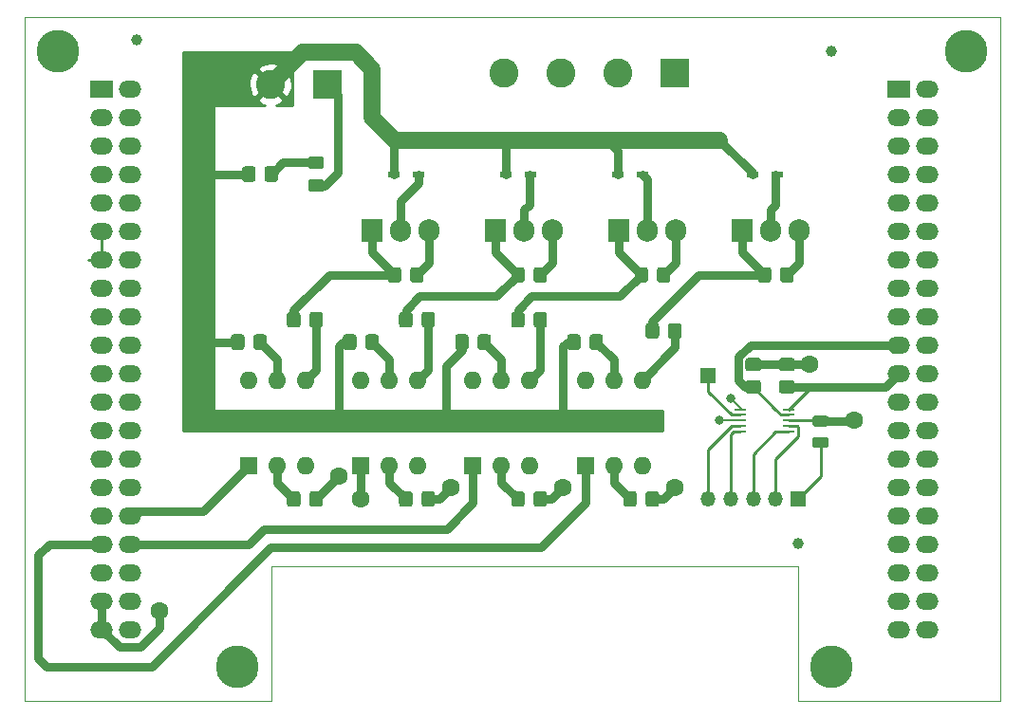
<source format=gbr>
%TF.GenerationSoftware,KiCad,Pcbnew,5.1.7-a382d34a8~87~ubuntu18.04.1*%
%TF.CreationDate,2020-10-24T22:54:41-03:00*%
%TF.ProjectId,TP-CESE,54502d43-4553-4452-9e6b-696361645f70,1*%
%TF.SameCoordinates,Original*%
%TF.FileFunction,Copper,L1,Top*%
%TF.FilePolarity,Positive*%
%FSLAX46Y46*%
G04 Gerber Fmt 4.6, Leading zero omitted, Abs format (unit mm)*
G04 Created by KiCad (PCBNEW 5.1.7-a382d34a8~87~ubuntu18.04.1) date 2020-10-24 22:54:41*
%MOMM*%
%LPD*%
G01*
G04 APERTURE LIST*
%TA.AperFunction,Profile*%
%ADD10C,0.050000*%
%TD*%
%TA.AperFunction,SMDPad,CuDef*%
%ADD11C,1.000000*%
%TD*%
%TA.AperFunction,ComponentPad*%
%ADD12O,2.000000X1.524000*%
%TD*%
%TA.AperFunction,ComponentPad*%
%ADD13R,2.000000X1.524000*%
%TD*%
%TA.AperFunction,ComponentPad*%
%ADD14O,1.600000X1.600000*%
%TD*%
%TA.AperFunction,ComponentPad*%
%ADD15R,1.600000X1.600000*%
%TD*%
%TA.AperFunction,ComponentPad*%
%ADD16O,1.905000X2.000000*%
%TD*%
%TA.AperFunction,ComponentPad*%
%ADD17R,1.905000X2.000000*%
%TD*%
%TA.AperFunction,ComponentPad*%
%ADD18C,3.800000*%
%TD*%
%TA.AperFunction,ComponentPad*%
%ADD19R,2.600000X2.600000*%
%TD*%
%TA.AperFunction,ComponentPad*%
%ADD20C,2.600000*%
%TD*%
%TA.AperFunction,SMDPad,CuDef*%
%ADD21R,1.100000X0.600000*%
%TD*%
%TA.AperFunction,ComponentPad*%
%ADD22O,1.350000X1.350000*%
%TD*%
%TA.AperFunction,ComponentPad*%
%ADD23R,1.350000X1.350000*%
%TD*%
%TA.AperFunction,SMDPad,CuDef*%
%ADD24R,1.100000X0.250000*%
%TD*%
%TA.AperFunction,ViaPad*%
%ADD25C,0.800000*%
%TD*%
%TA.AperFunction,ViaPad*%
%ADD26C,1.600000*%
%TD*%
%TA.AperFunction,Conductor*%
%ADD27C,0.250000*%
%TD*%
%TA.AperFunction,Conductor*%
%ADD28C,0.200000*%
%TD*%
%TA.AperFunction,Conductor*%
%ADD29C,0.800000*%
%TD*%
%TA.AperFunction,Conductor*%
%ADD30C,1.500000*%
%TD*%
%TA.AperFunction,Conductor*%
%ADD31C,0.254000*%
%TD*%
%TA.AperFunction,Conductor*%
%ADD32C,0.100000*%
%TD*%
G04 APERTURE END LIST*
D10*
X158000000Y-128000000D02*
X158000000Y-126000000D01*
X176000000Y-128000000D02*
X158000000Y-128000000D01*
X176000000Y-126000000D02*
X176000000Y-128000000D01*
X111000000Y-128000000D02*
X111000000Y-126000000D01*
X89000000Y-128000000D02*
X111000000Y-128000000D01*
X89000000Y-126000000D02*
X89000000Y-128000000D01*
X176000000Y-67000000D02*
X174000000Y-67000000D01*
X176000000Y-126000000D02*
X176000000Y-67000000D01*
X158000000Y-116000000D02*
X158000000Y-126000000D01*
X111000000Y-116000000D02*
X158000000Y-116000000D01*
X111000000Y-126000000D02*
X111000000Y-116000000D01*
X89000000Y-123000000D02*
X89000000Y-126000000D01*
X89000000Y-123000000D02*
X89000000Y-67000000D01*
X89000000Y-67000000D02*
X174000000Y-67000000D01*
D11*
%TO.P,FID3,*%
%TO.N,*%
X158000000Y-114000000D03*
%TD*%
%TO.P,FID2,*%
%TO.N,*%
X161000000Y-70000000D03*
%TD*%
%TO.P,FID1,*%
%TO.N,*%
X99000000Y-69000000D03*
%TD*%
%TO.P,C1,2*%
%TO.N,GND*%
%TA.AperFunction,SMDPad,CuDef*%
G36*
G01*
X159525000Y-104450000D02*
X160475000Y-104450000D01*
G75*
G02*
X160725000Y-104700000I0J-250000D01*
G01*
X160725000Y-105200000D01*
G75*
G02*
X160475000Y-105450000I-250000J0D01*
G01*
X159525000Y-105450000D01*
G75*
G02*
X159275000Y-105200000I0J250000D01*
G01*
X159275000Y-104700000D01*
G75*
G02*
X159525000Y-104450000I250000J0D01*
G01*
G37*
%TD.AperFunction*%
%TO.P,C1,1*%
%TO.N,+3V3*%
%TA.AperFunction,SMDPad,CuDef*%
G36*
G01*
X159525000Y-102550000D02*
X160475000Y-102550000D01*
G75*
G02*
X160725000Y-102800000I0J-250000D01*
G01*
X160725000Y-103300000D01*
G75*
G02*
X160475000Y-103550000I-250000J0D01*
G01*
X159525000Y-103550000D01*
G75*
G02*
X159275000Y-103300000I0J250000D01*
G01*
X159275000Y-102800000D01*
G75*
G02*
X159525000Y-102550000I250000J0D01*
G01*
G37*
%TD.AperFunction*%
%TD*%
D12*
%TO.P,X1,80*%
%TO.N,Net-(X1-Pad80)*%
X98420000Y-121660000D03*
%TO.P,X1,79*%
%TO.N,GND*%
X95880000Y-121660000D03*
%TO.P,X1,78*%
%TO.N,Net-(X1-Pad78)*%
X98420000Y-119120000D03*
%TO.P,X1,77*%
%TO.N,GND*%
X95880000Y-119120000D03*
%TO.P,X1,76*%
%TO.N,Net-(X1-Pad76)*%
X98420000Y-116580000D03*
%TO.P,X1,75*%
%TO.N,Net-(X1-Pad75)*%
X95880000Y-116580000D03*
%TO.P,X1,74*%
%TO.N,Net-(U3-Pad1)*%
X98420000Y-114040000D03*
%TO.P,X1,73*%
%TO.N,Net-(U4-Pad1)*%
X95880000Y-114040000D03*
%TO.P,X1,72*%
%TO.N,Net-(U1-Pad1)*%
X98420000Y-111500000D03*
%TO.P,X1,71*%
%TO.N,Net-(U2-Pad1)*%
X95880000Y-111500000D03*
%TO.P,X1,70*%
%TO.N,Net-(X1-Pad70)*%
X98420000Y-108960000D03*
%TO.P,X1,69*%
%TO.N,Net-(X1-Pad69)*%
X95880000Y-108960000D03*
%TO.P,X1,68*%
%TO.N,Net-(X1-Pad68)*%
X98420000Y-106420000D03*
%TO.P,X1,67*%
%TO.N,GND*%
X95880000Y-106420000D03*
%TO.P,X1,66*%
%TO.N,Net-(X1-Pad66)*%
X98420000Y-103880000D03*
%TO.P,X1,65*%
%TO.N,GND*%
X95880000Y-103880000D03*
%TO.P,X1,64*%
%TO.N,Net-(X1-Pad64)*%
X98420000Y-101340000D03*
%TO.P,X1,63*%
%TO.N,Net-(X1-Pad63)*%
X95880000Y-101340000D03*
%TO.P,X1,62*%
%TO.N,Net-(X1-Pad62)*%
X98420000Y-98800000D03*
%TO.P,X1,61*%
%TO.N,Net-(X1-Pad61)*%
X95880000Y-98800000D03*
%TO.P,X1,60*%
%TO.N,Net-(X1-Pad60)*%
X98420000Y-96260000D03*
%TO.P,X1,59*%
%TO.N,GND*%
X95880000Y-96260000D03*
%TO.P,X1,58*%
%TO.N,Net-(X1-Pad58)*%
X98420000Y-93720000D03*
%TO.P,X1,57*%
%TO.N,GND*%
X95880000Y-93720000D03*
%TO.P,X1,56*%
%TO.N,Net-(X1-Pad56)*%
X98420000Y-91180000D03*
%TO.P,X1,55*%
%TO.N,Net-(X1-Pad55)*%
X95880000Y-91180000D03*
%TO.P,X1,54*%
%TO.N,Net-(X1-Pad54)*%
X98420000Y-88640000D03*
%TO.P,X1,53*%
%TO.N,GND*%
X95880000Y-88640000D03*
%TO.P,X1,52*%
%TO.N,Net-(X1-Pad52)*%
X98420000Y-86100000D03*
%TO.P,X1,51*%
%TO.N,GND*%
X95880000Y-86100000D03*
%TO.P,X1,50*%
%TO.N,Net-(X1-Pad50)*%
X98420000Y-83560000D03*
%TO.P,X1,49*%
%TO.N,Net-(X1-Pad49)*%
X95880000Y-83560000D03*
%TO.P,X1,48*%
%TO.N,Net-(X1-Pad48)*%
X98420000Y-81020000D03*
%TO.P,X1,47*%
%TO.N,GND*%
X95880000Y-81020000D03*
%TO.P,X1,46*%
%TO.N,Net-(X1-Pad46)*%
X98420000Y-78480000D03*
%TO.P,X1,45*%
%TO.N,GND*%
X95880000Y-78480000D03*
%TO.P,X1,44*%
%TO.N,Net-(X1-Pad44)*%
X98420000Y-75940000D03*
%TO.P,X1,43*%
%TO.N,GND*%
X95880000Y-75940000D03*
%TO.P,X1,42*%
%TO.N,Net-(X1-Pad42)*%
X98420000Y-73400000D03*
D13*
%TO.P,X1,41*%
%TO.N,Net-(X1-Pad41)*%
X95880000Y-73400000D03*
D12*
%TO.P,X1,30*%
%TO.N,GND*%
X169540000Y-108960000D03*
%TO.P,X1,40*%
X169540000Y-121660000D03*
%TO.P,X1,39*%
%TO.N,Net-(X1-Pad39)*%
X167000000Y-121660000D03*
%TO.P,X1,9*%
%TO.N,Net-(X1-Pad9)*%
X167000000Y-83560000D03*
%TO.P,X1,7*%
%TO.N,GND*%
X167000000Y-81020000D03*
%TO.P,X1,5*%
%TO.N,Net-(X1-Pad5)*%
X167000000Y-78480000D03*
%TO.P,X1,3*%
%TO.N,Net-(X1-Pad3)*%
X167000000Y-75940000D03*
%TO.P,X1,37*%
%TO.N,Net-(X1-Pad37)*%
X167000000Y-119120000D03*
%TO.P,X1,35*%
%TO.N,Net-(X1-Pad35)*%
X167000000Y-116580000D03*
%TO.P,X1,38*%
%TO.N,GND*%
X169540000Y-119120000D03*
%TO.P,X1,36*%
%TO.N,Net-(X1-Pad36)*%
X169540000Y-116580000D03*
%TO.P,X1,34*%
%TO.N,Net-(X1-Pad34)*%
X169540000Y-114040000D03*
%TO.P,X1,32*%
%TO.N,GND*%
X169540000Y-111500000D03*
%TO.P,X1,28*%
X169540000Y-106420000D03*
%TO.P,X1,33*%
%TO.N,Net-(X1-Pad33)*%
X167000000Y-114040000D03*
%TO.P,X1,26*%
%TO.N,GND*%
X169540000Y-103880000D03*
%TO.P,X1,24*%
X169540000Y-101340000D03*
%TO.P,X1,31*%
%TO.N,Net-(X1-Pad31)*%
X167000000Y-111500000D03*
%TO.P,X1,22*%
%TO.N,GND*%
X169540000Y-98800000D03*
%TO.P,X1,29*%
%TO.N,Net-(X1-Pad29)*%
X167000000Y-108960000D03*
%TO.P,X1,20*%
%TO.N,GND*%
X169540000Y-96260000D03*
%TO.P,X1,27*%
%TO.N,Net-(X1-Pad27)*%
X167000000Y-106420000D03*
%TO.P,X1,18*%
%TO.N,GND*%
X169540000Y-93720000D03*
%TO.P,X1,25*%
%TO.N,Net-(X1-Pad25)*%
X167000000Y-103880000D03*
%TO.P,X1,16*%
%TO.N,GND*%
X169540000Y-91180000D03*
%TO.P,X1,23*%
%TO.N,Net-(X1-Pad23)*%
X167000000Y-101340000D03*
%TO.P,X1,14*%
%TO.N,GND*%
X169540000Y-88640000D03*
%TO.P,X1,21*%
%TO.N,Net-(R17-Pad1)*%
X167000000Y-98800000D03*
%TO.P,X1,12*%
%TO.N,GND*%
X169540000Y-86100000D03*
%TO.P,X1,19*%
%TO.N,Net-(R18-Pad2)*%
X167000000Y-96260000D03*
%TO.P,X1,10*%
%TO.N,GND*%
X169540000Y-83560000D03*
%TO.P,X1,17*%
%TO.N,Net-(X1-Pad17)*%
X167000000Y-93720000D03*
%TO.P,X1,8*%
%TO.N,GND*%
X169540000Y-81020000D03*
%TO.P,X1,15*%
%TO.N,Net-(X1-Pad15)*%
X167000000Y-91180000D03*
%TO.P,X1,6*%
%TO.N,Net-(X1-Pad6)*%
X169540000Y-78480000D03*
%TO.P,X1,13*%
%TO.N,Net-(X1-Pad13)*%
X167000000Y-88640000D03*
%TO.P,X1,4*%
%TO.N,GND*%
X169540000Y-75940000D03*
%TO.P,X1,11*%
%TO.N,Net-(X1-Pad11)*%
X167000000Y-86100000D03*
%TO.P,X1,2*%
%TO.N,Net-(X1-Pad2)*%
X169540000Y-73400000D03*
D13*
%TO.P,X1,1*%
%TO.N,+3V3*%
X167000000Y-73400000D03*
%TD*%
D14*
%TO.P,U3,6*%
%TO.N,Net-(U3-Pad6)*%
X129000000Y-99380000D03*
%TO.P,U3,3*%
%TO.N,Net-(U3-Pad3)*%
X134080000Y-107000000D03*
%TO.P,U3,5*%
%TO.N,Net-(R7-Pad2)*%
X131540000Y-99380000D03*
%TO.P,U3,2*%
%TO.N,Net-(R3-Pad1)*%
X131540000Y-107000000D03*
%TO.P,U3,4*%
%TO.N,Net-(R11-Pad1)*%
X134080000Y-99380000D03*
D15*
%TO.P,U3,1*%
%TO.N,Net-(U3-Pad1)*%
X129000000Y-107000000D03*
%TD*%
%TO.P,R12,2*%
%TO.N,Net-(Q4-Pad1)*%
%TA.AperFunction,SMDPad,CuDef*%
G36*
G01*
X145600000Y-94549999D02*
X145600000Y-95450001D01*
G75*
G02*
X145350001Y-95700000I-249999J0D01*
G01*
X144649999Y-95700000D01*
G75*
G02*
X144400000Y-95450001I0J249999D01*
G01*
X144400000Y-94549999D01*
G75*
G02*
X144649999Y-94300000I249999J0D01*
G01*
X145350001Y-94300000D01*
G75*
G02*
X145600000Y-94549999I0J-249999D01*
G01*
G37*
%TD.AperFunction*%
%TO.P,R12,1*%
%TO.N,Net-(R12-Pad1)*%
%TA.AperFunction,SMDPad,CuDef*%
G36*
G01*
X147600000Y-94549999D02*
X147600000Y-95450001D01*
G75*
G02*
X147350001Y-95700000I-249999J0D01*
G01*
X146649999Y-95700000D01*
G75*
G02*
X146400000Y-95450001I0J249999D01*
G01*
X146400000Y-94549999D01*
G75*
G02*
X146649999Y-94300000I249999J0D01*
G01*
X147350001Y-94300000D01*
G75*
G02*
X147600000Y-94549999I0J-249999D01*
G01*
G37*
%TD.AperFunction*%
%TD*%
D16*
%TO.P,Q3,3*%
%TO.N,GND*%
X147080000Y-86000000D03*
%TO.P,Q3,2*%
%TO.N,Net-(D3-Pad2)*%
X144540000Y-86000000D03*
D17*
%TO.P,Q3,1*%
%TO.N,Net-(Q3-Pad1)*%
X142000000Y-86000000D03*
%TD*%
D16*
%TO.P,Q2,3*%
%TO.N,GND*%
X136080000Y-86000000D03*
%TO.P,Q2,2*%
%TO.N,Net-(D2-Pad2)*%
X133540000Y-86000000D03*
D17*
%TO.P,Q2,1*%
%TO.N,Net-(Q2-Pad1)*%
X131000000Y-86000000D03*
%TD*%
D18*
%TO.P,H4,1*%
%TO.N,N/C*%
X108000000Y-125000000D03*
%TD*%
%TO.P,H3,1*%
%TO.N,N/C*%
X173000000Y-70000000D03*
%TD*%
%TO.P,H2,1*%
%TO.N,N/C*%
X161000000Y-125000000D03*
%TD*%
%TO.P,H1,1*%
%TO.N,N/C*%
X92000000Y-70000000D03*
%TD*%
D19*
%TO.P,J3,1*%
%TO.N,GND*%
X116000000Y-73000000D03*
D20*
%TO.P,J3,2*%
%TO.N,+5VP*%
X110920000Y-73000000D03*
%TD*%
%TO.P,R19,2*%
%TO.N,+5VP*%
%TA.AperFunction,SMDPad,CuDef*%
G36*
G01*
X109600000Y-80549999D02*
X109600000Y-81450001D01*
G75*
G02*
X109350001Y-81700000I-249999J0D01*
G01*
X108649999Y-81700000D01*
G75*
G02*
X108400000Y-81450001I0J249999D01*
G01*
X108400000Y-80549999D01*
G75*
G02*
X108649999Y-80300000I249999J0D01*
G01*
X109350001Y-80300000D01*
G75*
G02*
X109600000Y-80549999I0J-249999D01*
G01*
G37*
%TD.AperFunction*%
%TO.P,R19,1*%
%TO.N,Net-(D5-Pad2)*%
%TA.AperFunction,SMDPad,CuDef*%
G36*
G01*
X111600000Y-80549999D02*
X111600000Y-81450001D01*
G75*
G02*
X111350001Y-81700000I-249999J0D01*
G01*
X110649999Y-81700000D01*
G75*
G02*
X110400000Y-81450001I0J249999D01*
G01*
X110400000Y-80549999D01*
G75*
G02*
X110649999Y-80300000I249999J0D01*
G01*
X111350001Y-80300000D01*
G75*
G02*
X111600000Y-80549999I0J-249999D01*
G01*
G37*
%TD.AperFunction*%
%TD*%
%TO.P,D5,2*%
%TO.N,Net-(D5-Pad2)*%
%TA.AperFunction,SMDPad,CuDef*%
G36*
G01*
X115450001Y-80550000D02*
X114549999Y-80550000D01*
G75*
G02*
X114300000Y-80300001I0J249999D01*
G01*
X114300000Y-79649999D01*
G75*
G02*
X114549999Y-79400000I249999J0D01*
G01*
X115450001Y-79400000D01*
G75*
G02*
X115700000Y-79649999I0J-249999D01*
G01*
X115700000Y-80300001D01*
G75*
G02*
X115450001Y-80550000I-249999J0D01*
G01*
G37*
%TD.AperFunction*%
%TO.P,D5,1*%
%TO.N,GND*%
%TA.AperFunction,SMDPad,CuDef*%
G36*
G01*
X115450001Y-82600000D02*
X114549999Y-82600000D01*
G75*
G02*
X114300000Y-82350001I0J249999D01*
G01*
X114300000Y-81699999D01*
G75*
G02*
X114549999Y-81450000I249999J0D01*
G01*
X115450001Y-81450000D01*
G75*
G02*
X115700000Y-81699999I0J-249999D01*
G01*
X115700000Y-82350001D01*
G75*
G02*
X115450001Y-82600000I-249999J0D01*
G01*
G37*
%TD.AperFunction*%
%TD*%
%TO.P,R18,2*%
%TO.N,Net-(R18-Pad2)*%
%TA.AperFunction,SMDPad,CuDef*%
G36*
G01*
X153549999Y-99400000D02*
X154450001Y-99400000D01*
G75*
G02*
X154700000Y-99649999I0J-249999D01*
G01*
X154700000Y-100350001D01*
G75*
G02*
X154450001Y-100600000I-249999J0D01*
G01*
X153549999Y-100600000D01*
G75*
G02*
X153300000Y-100350001I0J249999D01*
G01*
X153300000Y-99649999D01*
G75*
G02*
X153549999Y-99400000I249999J0D01*
G01*
G37*
%TD.AperFunction*%
%TO.P,R18,1*%
%TO.N,+3V3*%
%TA.AperFunction,SMDPad,CuDef*%
G36*
G01*
X153549999Y-97400000D02*
X154450001Y-97400000D01*
G75*
G02*
X154700000Y-97649999I0J-249999D01*
G01*
X154700000Y-98350001D01*
G75*
G02*
X154450001Y-98600000I-249999J0D01*
G01*
X153549999Y-98600000D01*
G75*
G02*
X153300000Y-98350001I0J249999D01*
G01*
X153300000Y-97649999D01*
G75*
G02*
X153549999Y-97400000I249999J0D01*
G01*
G37*
%TD.AperFunction*%
%TD*%
%TO.P,R17,2*%
%TO.N,+3V3*%
%TA.AperFunction,SMDPad,CuDef*%
G36*
G01*
X157450400Y-98600000D02*
X156549600Y-98600000D01*
G75*
G02*
X156300000Y-98350400I0J249600D01*
G01*
X156300000Y-97649600D01*
G75*
G02*
X156549600Y-97400000I249600J0D01*
G01*
X157450400Y-97400000D01*
G75*
G02*
X157700000Y-97649600I0J-249600D01*
G01*
X157700000Y-98350400D01*
G75*
G02*
X157450400Y-98600000I-249600J0D01*
G01*
G37*
%TD.AperFunction*%
%TO.P,R17,1*%
%TO.N,Net-(R17-Pad1)*%
%TA.AperFunction,SMDPad,CuDef*%
G36*
G01*
X157450001Y-100600000D02*
X156549999Y-100600000D01*
G75*
G02*
X156300000Y-100350001I0J249999D01*
G01*
X156300000Y-99649999D01*
G75*
G02*
X156549999Y-99400000I249999J0D01*
G01*
X157450001Y-99400000D01*
G75*
G02*
X157700000Y-99649999I0J-249999D01*
G01*
X157700000Y-100350001D01*
G75*
G02*
X157450001Y-100600000I-249999J0D01*
G01*
G37*
%TD.AperFunction*%
%TD*%
%TO.P,R16,2*%
%TO.N,Net-(Q4-Pad1)*%
%TA.AperFunction,SMDPad,CuDef*%
G36*
G01*
X155600000Y-89549999D02*
X155600000Y-90450001D01*
G75*
G02*
X155350001Y-90700000I-249999J0D01*
G01*
X154649999Y-90700000D01*
G75*
G02*
X154400000Y-90450001I0J249999D01*
G01*
X154400000Y-89549999D01*
G75*
G02*
X154649999Y-89300000I249999J0D01*
G01*
X155350001Y-89300000D01*
G75*
G02*
X155600000Y-89549999I0J-249999D01*
G01*
G37*
%TD.AperFunction*%
%TO.P,R16,1*%
%TO.N,GND*%
%TA.AperFunction,SMDPad,CuDef*%
G36*
G01*
X157600000Y-89549999D02*
X157600000Y-90450001D01*
G75*
G02*
X157350001Y-90700000I-249999J0D01*
G01*
X156649999Y-90700000D01*
G75*
G02*
X156400000Y-90450001I0J249999D01*
G01*
X156400000Y-89549999D01*
G75*
G02*
X156649999Y-89300000I249999J0D01*
G01*
X157350001Y-89300000D01*
G75*
G02*
X157600000Y-89549999I0J-249999D01*
G01*
G37*
%TD.AperFunction*%
%TD*%
%TO.P,R15,2*%
%TO.N,Net-(Q3-Pad1)*%
%TA.AperFunction,SMDPad,CuDef*%
G36*
G01*
X144600000Y-89549999D02*
X144600000Y-90450001D01*
G75*
G02*
X144350001Y-90700000I-249999J0D01*
G01*
X143649999Y-90700000D01*
G75*
G02*
X143400000Y-90450001I0J249999D01*
G01*
X143400000Y-89549999D01*
G75*
G02*
X143649999Y-89300000I249999J0D01*
G01*
X144350001Y-89300000D01*
G75*
G02*
X144600000Y-89549999I0J-249999D01*
G01*
G37*
%TD.AperFunction*%
%TO.P,R15,1*%
%TO.N,GND*%
%TA.AperFunction,SMDPad,CuDef*%
G36*
G01*
X146600000Y-89549999D02*
X146600000Y-90450001D01*
G75*
G02*
X146350001Y-90700000I-249999J0D01*
G01*
X145649999Y-90700000D01*
G75*
G02*
X145400000Y-90450001I0J249999D01*
G01*
X145400000Y-89549999D01*
G75*
G02*
X145649999Y-89300000I249999J0D01*
G01*
X146350001Y-89300000D01*
G75*
G02*
X146600000Y-89549999I0J-249999D01*
G01*
G37*
%TD.AperFunction*%
%TD*%
%TO.P,R14,2*%
%TO.N,Net-(Q2-Pad1)*%
%TA.AperFunction,SMDPad,CuDef*%
G36*
G01*
X133600000Y-89549999D02*
X133600000Y-90450001D01*
G75*
G02*
X133350001Y-90700000I-249999J0D01*
G01*
X132649999Y-90700000D01*
G75*
G02*
X132400000Y-90450001I0J249999D01*
G01*
X132400000Y-89549999D01*
G75*
G02*
X132649999Y-89300000I249999J0D01*
G01*
X133350001Y-89300000D01*
G75*
G02*
X133600000Y-89549999I0J-249999D01*
G01*
G37*
%TD.AperFunction*%
%TO.P,R14,1*%
%TO.N,GND*%
%TA.AperFunction,SMDPad,CuDef*%
G36*
G01*
X135600000Y-89549999D02*
X135600000Y-90450001D01*
G75*
G02*
X135350001Y-90700000I-249999J0D01*
G01*
X134649999Y-90700000D01*
G75*
G02*
X134400000Y-90450001I0J249999D01*
G01*
X134400000Y-89549999D01*
G75*
G02*
X134649999Y-89300000I249999J0D01*
G01*
X135350001Y-89300000D01*
G75*
G02*
X135600000Y-89549999I0J-249999D01*
G01*
G37*
%TD.AperFunction*%
%TD*%
%TO.P,R13,2*%
%TO.N,Net-(Q1-Pad1)*%
%TA.AperFunction,SMDPad,CuDef*%
G36*
G01*
X122600000Y-89549999D02*
X122600000Y-90450001D01*
G75*
G02*
X122350001Y-90700000I-249999J0D01*
G01*
X121649999Y-90700000D01*
G75*
G02*
X121400000Y-90450001I0J249999D01*
G01*
X121400000Y-89549999D01*
G75*
G02*
X121649999Y-89300000I249999J0D01*
G01*
X122350001Y-89300000D01*
G75*
G02*
X122600000Y-89549999I0J-249999D01*
G01*
G37*
%TD.AperFunction*%
%TO.P,R13,1*%
%TO.N,GND*%
%TA.AperFunction,SMDPad,CuDef*%
G36*
G01*
X124600000Y-89549999D02*
X124600000Y-90450001D01*
G75*
G02*
X124350001Y-90700000I-249999J0D01*
G01*
X123649999Y-90700000D01*
G75*
G02*
X123400000Y-90450001I0J249999D01*
G01*
X123400000Y-89549999D01*
G75*
G02*
X123649999Y-89300000I249999J0D01*
G01*
X124350001Y-89300000D01*
G75*
G02*
X124600000Y-89549999I0J-249999D01*
G01*
G37*
%TD.AperFunction*%
%TD*%
%TO.P,R11,2*%
%TO.N,Net-(Q3-Pad1)*%
%TA.AperFunction,SMDPad,CuDef*%
G36*
G01*
X133600000Y-93549999D02*
X133600000Y-94450001D01*
G75*
G02*
X133350001Y-94700000I-249999J0D01*
G01*
X132649999Y-94700000D01*
G75*
G02*
X132400000Y-94450001I0J249999D01*
G01*
X132400000Y-93549999D01*
G75*
G02*
X132649999Y-93300000I249999J0D01*
G01*
X133350001Y-93300000D01*
G75*
G02*
X133600000Y-93549999I0J-249999D01*
G01*
G37*
%TD.AperFunction*%
%TO.P,R11,1*%
%TO.N,Net-(R11-Pad1)*%
%TA.AperFunction,SMDPad,CuDef*%
G36*
G01*
X135600000Y-93549999D02*
X135600000Y-94450001D01*
G75*
G02*
X135350001Y-94700000I-249999J0D01*
G01*
X134649999Y-94700000D01*
G75*
G02*
X134400000Y-94450001I0J249999D01*
G01*
X134400000Y-93549999D01*
G75*
G02*
X134649999Y-93300000I249999J0D01*
G01*
X135350001Y-93300000D01*
G75*
G02*
X135600000Y-93549999I0J-249999D01*
G01*
G37*
%TD.AperFunction*%
%TD*%
%TO.P,R10,2*%
%TO.N,Net-(Q2-Pad1)*%
%TA.AperFunction,SMDPad,CuDef*%
G36*
G01*
X123600000Y-93549999D02*
X123600000Y-94450001D01*
G75*
G02*
X123350001Y-94700000I-249999J0D01*
G01*
X122649999Y-94700000D01*
G75*
G02*
X122400000Y-94450001I0J249999D01*
G01*
X122400000Y-93549999D01*
G75*
G02*
X122649999Y-93300000I249999J0D01*
G01*
X123350001Y-93300000D01*
G75*
G02*
X123600000Y-93549999I0J-249999D01*
G01*
G37*
%TD.AperFunction*%
%TO.P,R10,1*%
%TO.N,Net-(R10-Pad1)*%
%TA.AperFunction,SMDPad,CuDef*%
G36*
G01*
X125600000Y-93549999D02*
X125600000Y-94450001D01*
G75*
G02*
X125350001Y-94700000I-249999J0D01*
G01*
X124649999Y-94700000D01*
G75*
G02*
X124400000Y-94450001I0J249999D01*
G01*
X124400000Y-93549999D01*
G75*
G02*
X124649999Y-93300000I249999J0D01*
G01*
X125350001Y-93300000D01*
G75*
G02*
X125600000Y-93549999I0J-249999D01*
G01*
G37*
%TD.AperFunction*%
%TD*%
%TO.P,R9,2*%
%TO.N,Net-(Q1-Pad1)*%
%TA.AperFunction,SMDPad,CuDef*%
G36*
G01*
X113600000Y-93549999D02*
X113600000Y-94450001D01*
G75*
G02*
X113350001Y-94700000I-249999J0D01*
G01*
X112649999Y-94700000D01*
G75*
G02*
X112400000Y-94450001I0J249999D01*
G01*
X112400000Y-93549999D01*
G75*
G02*
X112649999Y-93300000I249999J0D01*
G01*
X113350001Y-93300000D01*
G75*
G02*
X113600000Y-93549999I0J-249999D01*
G01*
G37*
%TD.AperFunction*%
%TO.P,R9,1*%
%TO.N,Net-(R9-Pad1)*%
%TA.AperFunction,SMDPad,CuDef*%
G36*
G01*
X115600000Y-93549999D02*
X115600000Y-94450001D01*
G75*
G02*
X115350001Y-94700000I-249999J0D01*
G01*
X114649999Y-94700000D01*
G75*
G02*
X114400000Y-94450001I0J249999D01*
G01*
X114400000Y-93549999D01*
G75*
G02*
X114649999Y-93300000I249999J0D01*
G01*
X115350001Y-93300000D01*
G75*
G02*
X115600000Y-93549999I0J-249999D01*
G01*
G37*
%TD.AperFunction*%
%TD*%
%TO.P,R8,2*%
%TO.N,Net-(R8-Pad2)*%
%TA.AperFunction,SMDPad,CuDef*%
G36*
G01*
X139400000Y-96450001D02*
X139400000Y-95549999D01*
G75*
G02*
X139649999Y-95300000I249999J0D01*
G01*
X140350001Y-95300000D01*
G75*
G02*
X140600000Y-95549999I0J-249999D01*
G01*
X140600000Y-96450001D01*
G75*
G02*
X140350001Y-96700000I-249999J0D01*
G01*
X139649999Y-96700000D01*
G75*
G02*
X139400000Y-96450001I0J249999D01*
G01*
G37*
%TD.AperFunction*%
%TO.P,R8,1*%
%TO.N,+5VP*%
%TA.AperFunction,SMDPad,CuDef*%
G36*
G01*
X137400000Y-96450001D02*
X137400000Y-95549999D01*
G75*
G02*
X137649999Y-95300000I249999J0D01*
G01*
X138350001Y-95300000D01*
G75*
G02*
X138600000Y-95549999I0J-249999D01*
G01*
X138600000Y-96450001D01*
G75*
G02*
X138350001Y-96700000I-249999J0D01*
G01*
X137649999Y-96700000D01*
G75*
G02*
X137400000Y-96450001I0J249999D01*
G01*
G37*
%TD.AperFunction*%
%TD*%
%TO.P,R7,2*%
%TO.N,Net-(R7-Pad2)*%
%TA.AperFunction,SMDPad,CuDef*%
G36*
G01*
X129400000Y-96450001D02*
X129400000Y-95549999D01*
G75*
G02*
X129649999Y-95300000I249999J0D01*
G01*
X130350001Y-95300000D01*
G75*
G02*
X130600000Y-95549999I0J-249999D01*
G01*
X130600000Y-96450001D01*
G75*
G02*
X130350001Y-96700000I-249999J0D01*
G01*
X129649999Y-96700000D01*
G75*
G02*
X129400000Y-96450001I0J249999D01*
G01*
G37*
%TD.AperFunction*%
%TO.P,R7,1*%
%TO.N,+5VP*%
%TA.AperFunction,SMDPad,CuDef*%
G36*
G01*
X127400000Y-96450001D02*
X127400000Y-95549999D01*
G75*
G02*
X127649999Y-95300000I249999J0D01*
G01*
X128350001Y-95300000D01*
G75*
G02*
X128600000Y-95549999I0J-249999D01*
G01*
X128600000Y-96450001D01*
G75*
G02*
X128350001Y-96700000I-249999J0D01*
G01*
X127649999Y-96700000D01*
G75*
G02*
X127400000Y-96450001I0J249999D01*
G01*
G37*
%TD.AperFunction*%
%TD*%
%TO.P,R6,2*%
%TO.N,Net-(R6-Pad2)*%
%TA.AperFunction,SMDPad,CuDef*%
G36*
G01*
X119400000Y-96450001D02*
X119400000Y-95549999D01*
G75*
G02*
X119649999Y-95300000I249999J0D01*
G01*
X120350001Y-95300000D01*
G75*
G02*
X120600000Y-95549999I0J-249999D01*
G01*
X120600000Y-96450001D01*
G75*
G02*
X120350001Y-96700000I-249999J0D01*
G01*
X119649999Y-96700000D01*
G75*
G02*
X119400000Y-96450001I0J249999D01*
G01*
G37*
%TD.AperFunction*%
%TO.P,R6,1*%
%TO.N,+5VP*%
%TA.AperFunction,SMDPad,CuDef*%
G36*
G01*
X117400000Y-96450001D02*
X117400000Y-95549999D01*
G75*
G02*
X117649999Y-95300000I249999J0D01*
G01*
X118350001Y-95300000D01*
G75*
G02*
X118600000Y-95549999I0J-249999D01*
G01*
X118600000Y-96450001D01*
G75*
G02*
X118350001Y-96700000I-249999J0D01*
G01*
X117649999Y-96700000D01*
G75*
G02*
X117400000Y-96450001I0J249999D01*
G01*
G37*
%TD.AperFunction*%
%TD*%
%TO.P,R5,2*%
%TO.N,Net-(R5-Pad2)*%
%TA.AperFunction,SMDPad,CuDef*%
G36*
G01*
X109400000Y-96450001D02*
X109400000Y-95549999D01*
G75*
G02*
X109649999Y-95300000I249999J0D01*
G01*
X110350001Y-95300000D01*
G75*
G02*
X110600000Y-95549999I0J-249999D01*
G01*
X110600000Y-96450001D01*
G75*
G02*
X110350001Y-96700000I-249999J0D01*
G01*
X109649999Y-96700000D01*
G75*
G02*
X109400000Y-96450001I0J249999D01*
G01*
G37*
%TD.AperFunction*%
%TO.P,R5,1*%
%TO.N,+5VP*%
%TA.AperFunction,SMDPad,CuDef*%
G36*
G01*
X107400000Y-96450001D02*
X107400000Y-95549999D01*
G75*
G02*
X107649999Y-95300000I249999J0D01*
G01*
X108350001Y-95300000D01*
G75*
G02*
X108600000Y-95549999I0J-249999D01*
G01*
X108600000Y-96450001D01*
G75*
G02*
X108350001Y-96700000I-249999J0D01*
G01*
X107649999Y-96700000D01*
G75*
G02*
X107400000Y-96450001I0J249999D01*
G01*
G37*
%TD.AperFunction*%
%TD*%
%TO.P,R4,2*%
%TO.N,GND*%
%TA.AperFunction,SMDPad,CuDef*%
G36*
G01*
X144400000Y-110450001D02*
X144400000Y-109549999D01*
G75*
G02*
X144649999Y-109300000I249999J0D01*
G01*
X145350001Y-109300000D01*
G75*
G02*
X145600000Y-109549999I0J-249999D01*
G01*
X145600000Y-110450001D01*
G75*
G02*
X145350001Y-110700000I-249999J0D01*
G01*
X144649999Y-110700000D01*
G75*
G02*
X144400000Y-110450001I0J249999D01*
G01*
G37*
%TD.AperFunction*%
%TO.P,R4,1*%
%TO.N,Net-(R4-Pad1)*%
%TA.AperFunction,SMDPad,CuDef*%
G36*
G01*
X142400000Y-110450001D02*
X142400000Y-109549999D01*
G75*
G02*
X142649999Y-109300000I249999J0D01*
G01*
X143350001Y-109300000D01*
G75*
G02*
X143600000Y-109549999I0J-249999D01*
G01*
X143600000Y-110450001D01*
G75*
G02*
X143350001Y-110700000I-249999J0D01*
G01*
X142649999Y-110700000D01*
G75*
G02*
X142400000Y-110450001I0J249999D01*
G01*
G37*
%TD.AperFunction*%
%TD*%
%TO.P,R3,2*%
%TO.N,GND*%
%TA.AperFunction,SMDPad,CuDef*%
G36*
G01*
X134400000Y-110450001D02*
X134400000Y-109549999D01*
G75*
G02*
X134649999Y-109300000I249999J0D01*
G01*
X135350001Y-109300000D01*
G75*
G02*
X135600000Y-109549999I0J-249999D01*
G01*
X135600000Y-110450001D01*
G75*
G02*
X135350001Y-110700000I-249999J0D01*
G01*
X134649999Y-110700000D01*
G75*
G02*
X134400000Y-110450001I0J249999D01*
G01*
G37*
%TD.AperFunction*%
%TO.P,R3,1*%
%TO.N,Net-(R3-Pad1)*%
%TA.AperFunction,SMDPad,CuDef*%
G36*
G01*
X132400000Y-110450001D02*
X132400000Y-109549999D01*
G75*
G02*
X132649999Y-109300000I249999J0D01*
G01*
X133350001Y-109300000D01*
G75*
G02*
X133600000Y-109549999I0J-249999D01*
G01*
X133600000Y-110450001D01*
G75*
G02*
X133350001Y-110700000I-249999J0D01*
G01*
X132649999Y-110700000D01*
G75*
G02*
X132400000Y-110450001I0J249999D01*
G01*
G37*
%TD.AperFunction*%
%TD*%
%TO.P,R2,2*%
%TO.N,GND*%
%TA.AperFunction,SMDPad,CuDef*%
G36*
G01*
X124400000Y-110450001D02*
X124400000Y-109549999D01*
G75*
G02*
X124649999Y-109300000I249999J0D01*
G01*
X125350001Y-109300000D01*
G75*
G02*
X125600000Y-109549999I0J-249999D01*
G01*
X125600000Y-110450001D01*
G75*
G02*
X125350001Y-110700000I-249999J0D01*
G01*
X124649999Y-110700000D01*
G75*
G02*
X124400000Y-110450001I0J249999D01*
G01*
G37*
%TD.AperFunction*%
%TO.P,R2,1*%
%TO.N,Net-(R2-Pad1)*%
%TA.AperFunction,SMDPad,CuDef*%
G36*
G01*
X122400000Y-110450001D02*
X122400000Y-109549999D01*
G75*
G02*
X122649999Y-109300000I249999J0D01*
G01*
X123350001Y-109300000D01*
G75*
G02*
X123600000Y-109549999I0J-249999D01*
G01*
X123600000Y-110450001D01*
G75*
G02*
X123350001Y-110700000I-249999J0D01*
G01*
X122649999Y-110700000D01*
G75*
G02*
X122400000Y-110450001I0J249999D01*
G01*
G37*
%TD.AperFunction*%
%TD*%
%TO.P,R1,2*%
%TO.N,GND*%
%TA.AperFunction,SMDPad,CuDef*%
G36*
G01*
X114400000Y-110450001D02*
X114400000Y-109549999D01*
G75*
G02*
X114649999Y-109300000I249999J0D01*
G01*
X115350001Y-109300000D01*
G75*
G02*
X115600000Y-109549999I0J-249999D01*
G01*
X115600000Y-110450001D01*
G75*
G02*
X115350001Y-110700000I-249999J0D01*
G01*
X114649999Y-110700000D01*
G75*
G02*
X114400000Y-110450001I0J249999D01*
G01*
G37*
%TD.AperFunction*%
%TO.P,R1,1*%
%TO.N,Net-(R1-Pad1)*%
%TA.AperFunction,SMDPad,CuDef*%
G36*
G01*
X112400000Y-110450001D02*
X112400000Y-109549999D01*
G75*
G02*
X112649999Y-109300000I249999J0D01*
G01*
X113350001Y-109300000D01*
G75*
G02*
X113600000Y-109549999I0J-249999D01*
G01*
X113600000Y-110450001D01*
G75*
G02*
X113350001Y-110700000I-249999J0D01*
G01*
X112649999Y-110700000D01*
G75*
G02*
X112400000Y-110450001I0J249999D01*
G01*
G37*
%TD.AperFunction*%
%TD*%
D21*
%TO.P,D4,1*%
%TO.N,+5VP*%
X153900000Y-81000000D03*
%TO.P,D4,2*%
%TO.N,Net-(D4-Pad2)*%
X156100000Y-81000000D03*
%TD*%
%TO.P,D3,1*%
%TO.N,+5VP*%
X141900000Y-81000000D03*
%TO.P,D3,2*%
%TO.N,Net-(D3-Pad2)*%
X144100000Y-81000000D03*
%TD*%
%TO.P,D2,1*%
%TO.N,+5VP*%
X131900000Y-81000000D03*
%TO.P,D2,2*%
%TO.N,Net-(D2-Pad2)*%
X134100000Y-81000000D03*
%TD*%
%TO.P,D1,1*%
%TO.N,+5VP*%
X121900000Y-81000000D03*
%TO.P,D1,2*%
%TO.N,Net-(D1-Pad2)*%
X124100000Y-81000000D03*
%TD*%
D16*
%TO.P,Q4,3*%
%TO.N,GND*%
X158080000Y-86000000D03*
%TO.P,Q4,2*%
%TO.N,Net-(D4-Pad2)*%
X155540000Y-86000000D03*
D17*
%TO.P,Q4,1*%
%TO.N,Net-(Q4-Pad1)*%
X153000000Y-86000000D03*
%TD*%
D16*
%TO.P,Q1,3*%
%TO.N,GND*%
X125080000Y-86000000D03*
%TO.P,Q1,2*%
%TO.N,Net-(D1-Pad2)*%
X122540000Y-86000000D03*
D17*
%TO.P,Q1,1*%
%TO.N,Net-(Q1-Pad1)*%
X120000000Y-86000000D03*
%TD*%
D14*
%TO.P,U4,6*%
%TO.N,Net-(U4-Pad6)*%
X139000000Y-99380000D03*
%TO.P,U4,3*%
%TO.N,Net-(U4-Pad3)*%
X144080000Y-107000000D03*
%TO.P,U4,5*%
%TO.N,Net-(R8-Pad2)*%
X141540000Y-99380000D03*
%TO.P,U4,2*%
%TO.N,Net-(R4-Pad1)*%
X141540000Y-107000000D03*
%TO.P,U4,4*%
%TO.N,Net-(R12-Pad1)*%
X144080000Y-99380000D03*
D15*
%TO.P,U4,1*%
%TO.N,Net-(U4-Pad1)*%
X139000000Y-107000000D03*
%TD*%
D14*
%TO.P,U2,6*%
%TO.N,Net-(U2-Pad6)*%
X119000000Y-99380000D03*
%TO.P,U2,3*%
%TO.N,Net-(U2-Pad3)*%
X124080000Y-107000000D03*
%TO.P,U2,5*%
%TO.N,Net-(R6-Pad2)*%
X121540000Y-99380000D03*
%TO.P,U2,2*%
%TO.N,Net-(R2-Pad1)*%
X121540000Y-107000000D03*
%TO.P,U2,4*%
%TO.N,Net-(R10-Pad1)*%
X124080000Y-99380000D03*
D15*
%TO.P,U2,1*%
%TO.N,Net-(U2-Pad1)*%
X119000000Y-107000000D03*
%TD*%
D14*
%TO.P,U1,6*%
%TO.N,Net-(U1-Pad6)*%
X109000000Y-99380000D03*
%TO.P,U1,3*%
%TO.N,Net-(U1-Pad3)*%
X114080000Y-107000000D03*
%TO.P,U1,5*%
%TO.N,Net-(R5-Pad2)*%
X111540000Y-99380000D03*
%TO.P,U1,2*%
%TO.N,Net-(R1-Pad1)*%
X111540000Y-107000000D03*
%TO.P,U1,4*%
%TO.N,Net-(R9-Pad1)*%
X114080000Y-99380000D03*
D15*
%TO.P,U1,1*%
%TO.N,Net-(U1-Pad1)*%
X109000000Y-107000000D03*
%TD*%
D22*
%TO.P,J4,5*%
%TO.N,Net-(J4-Pad5)*%
X150000000Y-110000000D03*
%TO.P,J4,4*%
%TO.N,Net-(J4-Pad4)*%
X152000000Y-110000000D03*
%TO.P,J4,3*%
%TO.N,Net-(J4-Pad3)*%
X154000000Y-110000000D03*
%TO.P,J4,2*%
%TO.N,Net-(J4-Pad2)*%
X156000000Y-110000000D03*
D23*
%TO.P,J4,1*%
%TO.N,GND*%
X158000000Y-110000000D03*
%TD*%
D19*
%TO.P,J1,1*%
%TO.N,Net-(D4-Pad2)*%
X147000000Y-72000000D03*
D20*
%TO.P,J1,2*%
%TO.N,Net-(D3-Pad2)*%
X141920000Y-72000000D03*
%TO.P,J1,3*%
%TO.N,Net-(D2-Pad2)*%
X136840000Y-72000000D03*
%TO.P,J1,4*%
%TO.N,Net-(D1-Pad2)*%
X131760000Y-72000000D03*
%TD*%
D23*
%TO.P,J5,1*%
%TO.N,Net-(J5-Pad1)*%
X150000000Y-99000000D03*
%TD*%
D24*
%TO.P,U5,1*%
%TO.N,GND*%
X152850000Y-102000000D03*
%TO.P,U5,2*%
%TO.N,Net-(J5-Pad1)*%
X152850000Y-102500000D03*
%TO.P,U5,3*%
%TO.N,GND*%
X152850000Y-103000000D03*
%TO.P,U5,4*%
%TO.N,Net-(J4-Pad5)*%
X152850000Y-103500000D03*
%TO.P,U5,5*%
%TO.N,Net-(J4-Pad4)*%
X152850000Y-104000000D03*
%TO.P,U5,6*%
%TO.N,Net-(J4-Pad3)*%
X157150000Y-104000000D03*
%TO.P,U5,7*%
%TO.N,Net-(J4-Pad2)*%
X157150000Y-103500000D03*
%TO.P,U5,8*%
%TO.N,+3V3*%
X157150000Y-103000000D03*
%TO.P,U5,9*%
%TO.N,Net-(R18-Pad2)*%
X157150000Y-102500000D03*
%TO.P,U5,10*%
%TO.N,Net-(R17-Pad1)*%
X157150000Y-102000000D03*
%TD*%
D25*
%TO.N,GND*%
X151000000Y-103000000D03*
D26*
X147000000Y-109000000D03*
X137000000Y-109000000D03*
X127000000Y-109000000D03*
X117000000Y-108000000D03*
D25*
X152000000Y-101000000D03*
D26*
X101000000Y-120000000D03*
%TO.N,Net-(U2-Pad1)*%
X119000000Y-110000000D03*
%TO.N,+3V3*%
X163000000Y-103000000D03*
X159000000Y-98000000D03*
%TD*%
D27*
%TO.N,GND*%
X95880000Y-86100000D02*
X95880000Y-88640000D01*
X95880000Y-88640000D02*
X94630000Y-88640000D01*
X95796208Y-103880000D02*
X95880000Y-103880000D01*
X95300000Y-107000000D02*
X95880000Y-106420000D01*
X160000000Y-108000000D02*
X158000000Y-110000000D01*
X160000000Y-104950000D02*
X160000000Y-108000000D01*
X95880000Y-119120000D02*
X95880000Y-122132701D01*
D28*
X151000000Y-103000000D02*
X152850000Y-103000000D01*
X152000000Y-101000000D02*
X153000000Y-102000000D01*
D29*
X125080000Y-88920000D02*
X125080000Y-86000000D01*
X124000000Y-90000000D02*
X125080000Y-88920000D01*
X136080000Y-88920000D02*
X136080000Y-86000000D01*
X135000000Y-90000000D02*
X136080000Y-88920000D01*
X147080000Y-88920000D02*
X147080000Y-86000000D01*
X146000000Y-90000000D02*
X147080000Y-88920000D01*
X158080000Y-88920000D02*
X158080000Y-86000000D01*
X157000000Y-90000000D02*
X158080000Y-88920000D01*
X116900010Y-73900010D02*
X116000000Y-73000000D01*
X116900010Y-80900616D02*
X116900010Y-73900010D01*
X115775626Y-82025000D02*
X116900010Y-80900616D01*
X115000000Y-82025000D02*
X115775626Y-82025000D01*
X115000000Y-110000000D02*
X117000000Y-108000000D01*
X101000000Y-121527015D02*
X101000000Y-120000000D01*
X99305005Y-123222010D02*
X101000000Y-121527015D01*
X97442010Y-123222010D02*
X99305005Y-123222010D01*
X95880000Y-121660000D02*
X97442010Y-123222010D01*
X95880000Y-119120000D02*
X95880000Y-121660000D01*
X126000000Y-110000000D02*
X127000000Y-109000000D01*
X125000000Y-110000000D02*
X126000000Y-110000000D01*
X136000000Y-110000000D02*
X137000000Y-109000000D01*
X135000000Y-110000000D02*
X136000000Y-110000000D01*
X146000000Y-110000000D02*
X147000000Y-109000000D01*
X145000000Y-110000000D02*
X146000000Y-110000000D01*
%TO.N,Net-(D1-Pad2)*%
X124100000Y-81810002D02*
X124100000Y-81000000D01*
X122540000Y-83370002D02*
X124100000Y-81810002D01*
X122540000Y-86000000D02*
X122540000Y-83370002D01*
%TO.N,Net-(D2-Pad2)*%
X133540000Y-84200000D02*
X134000000Y-83740000D01*
X133540000Y-86000000D02*
X133540000Y-84200000D01*
X134000000Y-83740000D02*
X134000000Y-81000000D01*
%TO.N,Net-(D3-Pad2)*%
X144540000Y-81440000D02*
X144100000Y-81000000D01*
X144540000Y-86000000D02*
X144540000Y-81440000D01*
D27*
%TO.N,Net-(D4-Pad2)*%
X156000000Y-81100000D02*
X156100000Y-81000000D01*
D29*
X155540000Y-84200000D02*
X156000000Y-83740000D01*
X155540000Y-86000000D02*
X155540000Y-84200000D01*
X156000000Y-83740000D02*
X156000000Y-81000000D01*
D27*
%TO.N,Net-(J4-Pad2)*%
X157950000Y-103500000D02*
X157150000Y-103500000D01*
X158025001Y-103575001D02*
X157950000Y-103500000D01*
X158025001Y-104385001D02*
X158025001Y-103575001D01*
X156000000Y-106410002D02*
X158025001Y-104385001D01*
X156000000Y-110000000D02*
X156000000Y-106410002D01*
%TO.N,Net-(J4-Pad3)*%
X154000000Y-110000000D02*
X154000000Y-106000000D01*
X156000000Y-104000000D02*
X157150000Y-104000000D01*
X154000000Y-106000000D02*
X156000000Y-104000000D01*
%TO.N,Net-(J4-Pad4)*%
X152000000Y-110000000D02*
X152000000Y-104226408D01*
X152226408Y-104000000D02*
X152850000Y-104000000D01*
X152000000Y-104226408D02*
X152226408Y-104000000D01*
%TO.N,Net-(J5-Pad1)*%
X150000000Y-100450000D02*
X152050000Y-102500000D01*
X152050000Y-102500000D02*
X152850000Y-102500000D01*
X150000000Y-99000000D02*
X150000000Y-100450000D01*
D29*
%TO.N,Net-(Q1-Pad1)*%
X116149374Y-90000000D02*
X122000000Y-90000000D01*
X113000000Y-93149374D02*
X116149374Y-90000000D01*
X113000000Y-94000000D02*
X113000000Y-93149374D01*
X120000000Y-88000000D02*
X122000000Y-90000000D01*
X120000000Y-86000000D02*
X120000000Y-88000000D01*
%TO.N,Net-(Q2-Pad1)*%
X131099990Y-91900010D02*
X133000000Y-90000000D01*
X123000000Y-93149374D02*
X124249364Y-91900010D01*
X124249364Y-91900010D02*
X131099990Y-91900010D01*
X123000000Y-94000000D02*
X123000000Y-93149374D01*
X131000000Y-88000000D02*
X131000000Y-86000000D01*
X133000000Y-90000000D02*
X131000000Y-88000000D01*
%TO.N,Net-(Q3-Pad1)*%
X142099990Y-91900010D02*
X144000000Y-90000000D01*
X134249364Y-91900010D02*
X142099990Y-91900010D01*
X133000000Y-93149374D02*
X134249364Y-91900010D01*
X133000000Y-94000000D02*
X133000000Y-93149374D01*
X142000000Y-88000000D02*
X142000000Y-86000000D01*
X144000000Y-90000000D02*
X142000000Y-88000000D01*
%TO.N,Net-(Q4-Pad1)*%
X149149374Y-90000000D02*
X155000000Y-90000000D01*
X145000000Y-94149374D02*
X149149374Y-90000000D01*
X145000000Y-95000000D02*
X145000000Y-94149374D01*
X153000000Y-88000000D02*
X153000000Y-86000000D01*
X155000000Y-90000000D02*
X153000000Y-88000000D01*
%TO.N,Net-(R1-Pad1)*%
X111540000Y-108540000D02*
X113000000Y-110000000D01*
X111540000Y-107000000D02*
X111540000Y-108540000D01*
%TO.N,Net-(R2-Pad1)*%
X121540000Y-108540000D02*
X123000000Y-110000000D01*
X121540000Y-107000000D02*
X121540000Y-108540000D01*
%TO.N,Net-(R3-Pad1)*%
X131540000Y-108540000D02*
X133000000Y-110000000D01*
X131540000Y-107000000D02*
X131540000Y-108540000D01*
%TO.N,Net-(R4-Pad1)*%
X141540000Y-108540000D02*
X143000000Y-110000000D01*
X141540000Y-107000000D02*
X141540000Y-108540000D01*
%TO.N,Net-(R5-Pad2)*%
X111540000Y-97540000D02*
X110000000Y-96000000D01*
X111540000Y-99380000D02*
X111540000Y-97540000D01*
%TO.N,Net-(R6-Pad2)*%
X121540000Y-97540000D02*
X120000000Y-96000000D01*
X121540000Y-99380000D02*
X121540000Y-97540000D01*
%TO.N,Net-(R7-Pad2)*%
X131540000Y-97540000D02*
X130000000Y-96000000D01*
X131540000Y-99380000D02*
X131540000Y-97540000D01*
%TO.N,Net-(R8-Pad2)*%
X141540000Y-97540000D02*
X140000000Y-96000000D01*
X141540000Y-99380000D02*
X141540000Y-97540000D01*
%TO.N,Net-(R9-Pad1)*%
X115000000Y-98460000D02*
X115000000Y-94000000D01*
X114080000Y-99380000D02*
X115000000Y-98460000D01*
%TO.N,Net-(R10-Pad1)*%
X125000000Y-98460000D02*
X125000000Y-94000000D01*
X124080000Y-99380000D02*
X125000000Y-98460000D01*
%TO.N,Net-(R11-Pad1)*%
X135000000Y-98460000D02*
X135000000Y-94000000D01*
X134080000Y-99380000D02*
X135000000Y-98460000D01*
%TO.N,Net-(R12-Pad1)*%
X147000000Y-96460000D02*
X147000000Y-95000000D01*
X144080000Y-99380000D02*
X147000000Y-96460000D01*
D27*
%TO.N,Net-(R17-Pad1)*%
X166800000Y-99000000D02*
X167000000Y-98800000D01*
X159000000Y-100150000D02*
X157150000Y-102000000D01*
X159000000Y-100000000D02*
X159000000Y-100150000D01*
D29*
X165800000Y-100000000D02*
X167000000Y-98800000D01*
X159000000Y-100000000D02*
X165800000Y-100000000D01*
X157000000Y-100000000D02*
X159000000Y-100000000D01*
D27*
%TO.N,Net-(R18-Pad2)*%
X167000000Y-96260000D02*
X167000000Y-96000000D01*
X167000000Y-96260000D02*
X166359990Y-96900010D01*
X156500000Y-102500000D02*
X157150000Y-102500000D01*
X156000000Y-102000000D02*
X156500000Y-102500000D01*
X167000000Y-96260000D02*
X166740000Y-96000000D01*
D29*
X153300000Y-100000000D02*
X154000000Y-100000000D01*
X152699990Y-99399990D02*
X153300000Y-100000000D01*
X153737902Y-96260000D02*
X152699990Y-97297912D01*
X152699990Y-97297912D02*
X152699990Y-99399990D01*
X167000000Y-96260000D02*
X153737902Y-96260000D01*
D27*
X154000000Y-100000000D02*
X156000000Y-102000000D01*
D29*
%TO.N,Net-(U1-Pad1)*%
X104900000Y-111100000D02*
X109000000Y-107000000D01*
X98420000Y-111100000D02*
X104900000Y-111100000D01*
D27*
%TO.N,Net-(U2-Pad1)*%
X95880000Y-111100000D02*
X95880000Y-111677990D01*
D29*
X119000000Y-107000000D02*
X119000000Y-110000000D01*
%TO.N,Net-(U3-Pad1)*%
X126667992Y-112700010D02*
X129000000Y-110368002D01*
D27*
X98420000Y-113640000D02*
X98892701Y-113640000D01*
D29*
X129000000Y-110368002D02*
X129000000Y-107000000D01*
D27*
X98420000Y-114040000D02*
X98503792Y-114040000D01*
D29*
X110304811Y-112700010D02*
X126667992Y-112700010D01*
X108964821Y-114040000D02*
X110304811Y-112700010D01*
X98420000Y-114040000D02*
X108964821Y-114040000D01*
%TO.N,Net-(U4-Pad1)*%
X139000000Y-110368002D02*
X139000000Y-107000000D01*
X135067982Y-114300020D02*
X139000000Y-110368002D01*
X110967555Y-114300020D02*
X135067982Y-114300020D01*
X95880000Y-114040000D02*
X91185010Y-114040000D01*
X100320555Y-124947020D02*
X110967555Y-114300020D01*
X90225010Y-115000000D02*
X90225010Y-124225010D01*
X91185010Y-114040000D02*
X90225010Y-115000000D01*
X90225010Y-124225010D02*
X90947020Y-124947020D01*
X90947020Y-124947020D02*
X100320555Y-124947020D01*
%TO.N,+5VP*%
X108000000Y-96000000D02*
X105000000Y-96000000D01*
X117400000Y-96000000D02*
X117000000Y-96400000D01*
X118000000Y-96000000D02*
X117400000Y-96000000D01*
X117000000Y-96400000D02*
X117000000Y-103000000D01*
X126600010Y-98099990D02*
X126600010Y-102399990D01*
X128000000Y-96000000D02*
X128000000Y-96700000D01*
X128000000Y-96700000D02*
X126600010Y-98099990D01*
X137400000Y-96000000D02*
X137000000Y-96400000D01*
X138000000Y-96000000D02*
X137400000Y-96000000D01*
X137000000Y-96400000D02*
X137000000Y-103000000D01*
D30*
X118540001Y-70149999D02*
X120000000Y-71609998D01*
X110920000Y-73000000D02*
X113770001Y-70149999D01*
X113770001Y-70149999D02*
X118540001Y-70149999D01*
X120000000Y-71609998D02*
X120000000Y-76000000D01*
X120000000Y-76000000D02*
X122000000Y-78000000D01*
D29*
X121900000Y-78100000D02*
X122000000Y-78000000D01*
X121900000Y-81000000D02*
X121900000Y-78100000D01*
X131900000Y-78100000D02*
X132000000Y-78000000D01*
X131900000Y-81000000D02*
X131900000Y-78100000D01*
D30*
X122000000Y-78000000D02*
X132000000Y-78000000D01*
D29*
X141900000Y-78900000D02*
X141000000Y-78000000D01*
X141900000Y-81000000D02*
X141900000Y-78900000D01*
D30*
X132000000Y-78000000D02*
X141000000Y-78000000D01*
X141000000Y-78000000D02*
X151000000Y-78000000D01*
D29*
X153900000Y-80900000D02*
X151000000Y-78000000D01*
X153900000Y-81000000D02*
X153900000Y-80900000D01*
X109000000Y-81000000D02*
X106000000Y-81000000D01*
%TO.N,+3V3*%
X162950000Y-103050000D02*
X163000000Y-103000000D01*
X160000000Y-103050000D02*
X162950000Y-103050000D01*
X154000000Y-98000000D02*
X157000000Y-98000000D01*
X157000000Y-98000000D02*
X159000000Y-98000000D01*
D27*
X159950000Y-103000000D02*
X160000000Y-103050000D01*
X157150000Y-103000000D02*
X159950000Y-103000000D01*
%TO.N,Net-(J4-Pad5)*%
X152089998Y-103500000D02*
X152850000Y-103500000D01*
X150000000Y-105589998D02*
X152089998Y-103500000D01*
X150000000Y-110000000D02*
X150000000Y-105589998D01*
D29*
%TO.N,Net-(D5-Pad2)*%
X112025000Y-79975000D02*
X115000000Y-79975000D01*
X111000000Y-81000000D02*
X112025000Y-79975000D01*
%TD*%
D31*
%TO.N,+5VP*%
X112873000Y-74873000D02*
X111419589Y-74873000D01*
X111710690Y-74776333D01*
X111957683Y-74644312D01*
X112089619Y-74349224D01*
X110920000Y-73179605D01*
X109750381Y-74349224D01*
X109882317Y-74644312D01*
X110223045Y-74815159D01*
X110433323Y-74873000D01*
X106000000Y-74873000D01*
X105975224Y-74875440D01*
X105951399Y-74882667D01*
X105929443Y-74894403D01*
X105910197Y-74910197D01*
X105894403Y-74929443D01*
X105882667Y-74951399D01*
X105875440Y-74975224D01*
X105873000Y-75000000D01*
X105873000Y-102000000D01*
X105875440Y-102024776D01*
X105882667Y-102048601D01*
X105894403Y-102070557D01*
X105910197Y-102089803D01*
X105929443Y-102105597D01*
X105951399Y-102117333D01*
X105975224Y-102124560D01*
X106000000Y-102127000D01*
X145873000Y-102127000D01*
X145873000Y-103873000D01*
X103127000Y-103873000D01*
X103127000Y-73050729D01*
X108976299Y-73050729D01*
X109023543Y-73428951D01*
X109143667Y-73790690D01*
X109275688Y-74037683D01*
X109570776Y-74169619D01*
X110740395Y-73000000D01*
X111099605Y-73000000D01*
X112269224Y-74169619D01*
X112564312Y-74037683D01*
X112735159Y-73696955D01*
X112836250Y-73329443D01*
X112863701Y-72949271D01*
X112816457Y-72571049D01*
X112696333Y-72209310D01*
X112564312Y-71962317D01*
X112269224Y-71830381D01*
X111099605Y-73000000D01*
X110740395Y-73000000D01*
X109570776Y-71830381D01*
X109275688Y-71962317D01*
X109104841Y-72303045D01*
X109003750Y-72670557D01*
X108976299Y-73050729D01*
X103127000Y-73050729D01*
X103127000Y-71650776D01*
X109750381Y-71650776D01*
X110920000Y-72820395D01*
X112089619Y-71650776D01*
X111957683Y-71355688D01*
X111616955Y-71184841D01*
X111249443Y-71083750D01*
X110869271Y-71056299D01*
X110491049Y-71103543D01*
X110129310Y-71223667D01*
X109882317Y-71355688D01*
X109750381Y-71650776D01*
X103127000Y-71650776D01*
X103127000Y-70127000D01*
X112873000Y-70127000D01*
X112873000Y-74873000D01*
%TA.AperFunction,Conductor*%
D32*
G36*
X112873000Y-74873000D02*
G01*
X111419589Y-74873000D01*
X111710690Y-74776333D01*
X111957683Y-74644312D01*
X112089619Y-74349224D01*
X110920000Y-73179605D01*
X109750381Y-74349224D01*
X109882317Y-74644312D01*
X110223045Y-74815159D01*
X110433323Y-74873000D01*
X106000000Y-74873000D01*
X105975224Y-74875440D01*
X105951399Y-74882667D01*
X105929443Y-74894403D01*
X105910197Y-74910197D01*
X105894403Y-74929443D01*
X105882667Y-74951399D01*
X105875440Y-74975224D01*
X105873000Y-75000000D01*
X105873000Y-102000000D01*
X105875440Y-102024776D01*
X105882667Y-102048601D01*
X105894403Y-102070557D01*
X105910197Y-102089803D01*
X105929443Y-102105597D01*
X105951399Y-102117333D01*
X105975224Y-102124560D01*
X106000000Y-102127000D01*
X145873000Y-102127000D01*
X145873000Y-103873000D01*
X103127000Y-103873000D01*
X103127000Y-73050729D01*
X108976299Y-73050729D01*
X109023543Y-73428951D01*
X109143667Y-73790690D01*
X109275688Y-74037683D01*
X109570776Y-74169619D01*
X110740395Y-73000000D01*
X111099605Y-73000000D01*
X112269224Y-74169619D01*
X112564312Y-74037683D01*
X112735159Y-73696955D01*
X112836250Y-73329443D01*
X112863701Y-72949271D01*
X112816457Y-72571049D01*
X112696333Y-72209310D01*
X112564312Y-71962317D01*
X112269224Y-71830381D01*
X111099605Y-73000000D01*
X110740395Y-73000000D01*
X109570776Y-71830381D01*
X109275688Y-71962317D01*
X109104841Y-72303045D01*
X109003750Y-72670557D01*
X108976299Y-73050729D01*
X103127000Y-73050729D01*
X103127000Y-71650776D01*
X109750381Y-71650776D01*
X110920000Y-72820395D01*
X112089619Y-71650776D01*
X111957683Y-71355688D01*
X111616955Y-71184841D01*
X111249443Y-71083750D01*
X110869271Y-71056299D01*
X110491049Y-71103543D01*
X110129310Y-71223667D01*
X109882317Y-71355688D01*
X109750381Y-71650776D01*
X103127000Y-71650776D01*
X103127000Y-70127000D01*
X112873000Y-70127000D01*
X112873000Y-74873000D01*
G37*
%TD.AperFunction*%
%TD*%
M02*

</source>
